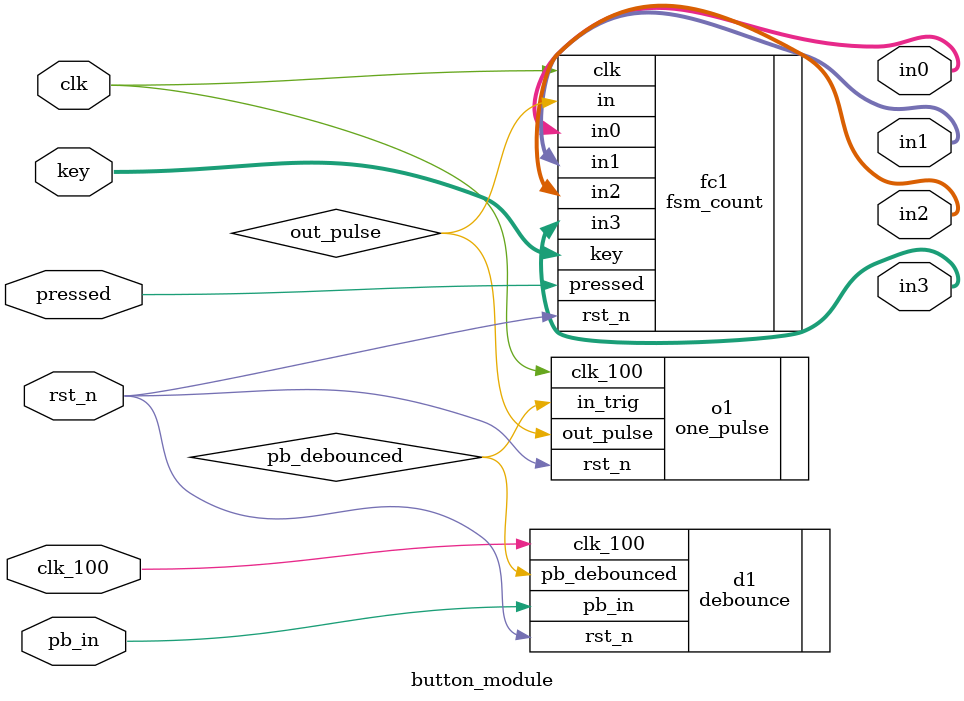
<source format=v>
`timescale 1ns / 1ps
module button_module(
	clk,
	clk_100,
	rst_n,
	pb_in,
//	count_enable,
	in0,
	in1,
	in2,
	in3,
	key,
	pressed
    );

input clk_100,rst_n,pb_in,clk,pressed;
input [3:0] key;
//output  count_enable;
output  [3:0] in0,in1,in2,in3;
wire pb_debounced;
wire out_pulse;

debounce d1(
	.clk_100(clk_100), //clock control
	.rst_n(rst_n), //reset
	.pb_in(pb_in), //push button input
	.pb_debounced(pb_debounced) //debounced push button output
    );
	 
one_pulse o1(
	.clk_100(clk),  //clock input
	.rst_n(rst_n),  //active low reset
	.in_trig(pb_debounced),  //input trigger
	.out_pulse(out_pulse)  //output one pulse
    );
	 
fsm_count fc1( 
 // .count_enable,  // if counter is enabled 
  .in(out_pulse), //input control
  .clk(clk), // global clock signal
  .rst_n(rst_n),  // low active reset
  .in0(in0),
  .in1(in1),
  .in2(in2),
  .in3(in3),
  .key(key),
  .pressed(pressed)
);

endmodule


</source>
